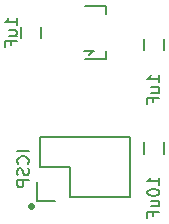
<source format=gbo>
G04 #@! TF.FileFunction,Legend,Bot*
%FSLAX46Y46*%
G04 Gerber Fmt 4.6, Leading zero omitted, Abs format (unit mm)*
G04 Created by KiCad (PCBNEW 4.0.1-stable) date 03/05/2016 22:29:02*
%MOMM*%
G01*
G04 APERTURE LIST*
%ADD10C,0.100000*%
%ADD11C,0.444500*%
%ADD12C,0.150000*%
%ADD13C,0.152400*%
%ADD14C,2.127200*%
%ADD15R,2.127200X2.127200*%
%ADD16O,2.127200X2.127200*%
%ADD17R,1.650000X1.900000*%
%ADD18R,2.432000X2.432000*%
%ADD19O,2.432000X2.432000*%
%ADD20R,2.901900X1.400760*%
%ADD21R,4.400500X2.398980*%
G04 APERTURE END LIST*
D10*
D11*
X159158000Y-104365000D02*
X159242667Y-104449667D01*
X159158000Y-104534333D01*
X159073334Y-104449667D01*
X159158000Y-104365000D01*
X159158000Y-104534333D01*
D12*
X170422000Y-90276000D02*
X170422000Y-91276000D01*
X168722000Y-91276000D02*
X168722000Y-90276000D01*
X158308000Y-90260000D02*
X158308000Y-89260000D01*
X160008000Y-89260000D02*
X160008000Y-90260000D01*
X167540000Y-103730000D02*
X162460000Y-103730000D01*
X159640000Y-104010000D02*
X161190000Y-104010000D01*
X159920000Y-101190000D02*
X162460000Y-101190000D01*
X162460000Y-101190000D02*
X162460000Y-103730000D01*
X167540000Y-103730000D02*
X167540000Y-98650000D01*
X167540000Y-98650000D02*
X162460000Y-98650000D01*
X159640000Y-104010000D02*
X159640000Y-102460000D01*
X159920000Y-98650000D02*
X159920000Y-101190000D01*
X162460000Y-98650000D02*
X159920000Y-98650000D01*
X164037340Y-91659920D02*
X164337060Y-91411000D01*
X164337060Y-91411000D02*
X164486920Y-91309400D01*
X164486920Y-91309400D02*
X163638560Y-91309400D01*
X165538480Y-92010440D02*
X163737620Y-92010440D01*
X165538480Y-92010440D02*
X165538480Y-91360200D01*
X165538480Y-87509560D02*
X163737620Y-87509560D01*
X165538480Y-87509560D02*
X165538480Y-88159800D01*
X168722000Y-100019000D02*
X168722000Y-99019000D01*
X170422000Y-99019000D02*
X170422000Y-100019000D01*
D13*
X170031619Y-93981238D02*
X170031619Y-93400667D01*
X170031619Y-93690953D02*
X169015619Y-93690953D01*
X169160762Y-93594191D01*
X169257524Y-93497429D01*
X169305905Y-93400667D01*
X169354286Y-94852095D02*
X170031619Y-94852095D01*
X169354286Y-94416667D02*
X169886476Y-94416667D01*
X169983238Y-94465048D01*
X170031619Y-94561810D01*
X170031619Y-94706952D01*
X169983238Y-94803714D01*
X169934857Y-94852095D01*
X169499429Y-95674571D02*
X169499429Y-95335905D01*
X170031619Y-95335905D02*
X169015619Y-95335905D01*
X169015619Y-95819714D01*
X157966619Y-89155238D02*
X157966619Y-88574667D01*
X157966619Y-88864953D02*
X156950619Y-88864953D01*
X157095762Y-88768191D01*
X157192524Y-88671429D01*
X157240905Y-88574667D01*
X157289286Y-90026095D02*
X157966619Y-90026095D01*
X157289286Y-89590667D02*
X157821476Y-89590667D01*
X157918238Y-89639048D01*
X157966619Y-89735810D01*
X157966619Y-89880952D01*
X157918238Y-89977714D01*
X157869857Y-90026095D01*
X157434429Y-90848571D02*
X157434429Y-90509905D01*
X157966619Y-90509905D02*
X156950619Y-90509905D01*
X156950619Y-90993714D01*
X158982619Y-99817191D02*
X157966619Y-99817191D01*
X158885857Y-100881572D02*
X158934238Y-100833191D01*
X158982619Y-100688048D01*
X158982619Y-100591286D01*
X158934238Y-100446144D01*
X158837476Y-100349382D01*
X158740714Y-100301001D01*
X158547190Y-100252620D01*
X158402048Y-100252620D01*
X158208524Y-100301001D01*
X158111762Y-100349382D01*
X158015000Y-100446144D01*
X157966619Y-100591286D01*
X157966619Y-100688048D01*
X158015000Y-100833191D01*
X158063381Y-100881572D01*
X158934238Y-101268620D02*
X158982619Y-101413763D01*
X158982619Y-101655667D01*
X158934238Y-101752429D01*
X158885857Y-101800810D01*
X158789095Y-101849191D01*
X158692333Y-101849191D01*
X158595571Y-101800810D01*
X158547190Y-101752429D01*
X158498810Y-101655667D01*
X158450429Y-101462144D01*
X158402048Y-101365382D01*
X158353667Y-101317001D01*
X158256905Y-101268620D01*
X158160143Y-101268620D01*
X158063381Y-101317001D01*
X158015000Y-101365382D01*
X157966619Y-101462144D01*
X157966619Y-101704048D01*
X158015000Y-101849191D01*
X158982619Y-102284620D02*
X157966619Y-102284620D01*
X157966619Y-102671667D01*
X158015000Y-102768429D01*
X158063381Y-102816810D01*
X158160143Y-102865191D01*
X158305286Y-102865191D01*
X158402048Y-102816810D01*
X158450429Y-102768429D01*
X158498810Y-102671667D01*
X158498810Y-102284620D01*
X170031619Y-102641429D02*
X170031619Y-102060858D01*
X170031619Y-102351144D02*
X169015619Y-102351144D01*
X169160762Y-102254382D01*
X169257524Y-102157620D01*
X169305905Y-102060858D01*
X169015619Y-103270382D02*
X169015619Y-103367143D01*
X169064000Y-103463905D01*
X169112381Y-103512286D01*
X169209143Y-103560667D01*
X169402667Y-103609048D01*
X169644571Y-103609048D01*
X169838095Y-103560667D01*
X169934857Y-103512286D01*
X169983238Y-103463905D01*
X170031619Y-103367143D01*
X170031619Y-103270382D01*
X169983238Y-103173620D01*
X169934857Y-103125239D01*
X169838095Y-103076858D01*
X169644571Y-103028477D01*
X169402667Y-103028477D01*
X169209143Y-103076858D01*
X169112381Y-103125239D01*
X169064000Y-103173620D01*
X169015619Y-103270382D01*
X169354286Y-104479905D02*
X170031619Y-104479905D01*
X169354286Y-104044477D02*
X169886476Y-104044477D01*
X169983238Y-104092858D01*
X170031619Y-104189620D01*
X170031619Y-104334762D01*
X169983238Y-104431524D01*
X169934857Y-104479905D01*
X169499429Y-105302381D02*
X169499429Y-104963715D01*
X170031619Y-104963715D02*
X169015619Y-104963715D01*
X169015619Y-105447524D01*
%LPC*%
D14*
X158599200Y-93493800D03*
D15*
X158599200Y-96033800D03*
D16*
X161139200Y-93493800D03*
X161139200Y-96033800D03*
X163679200Y-93493800D03*
X163679200Y-96033800D03*
X166219200Y-93493800D03*
X166219200Y-96033800D03*
D17*
X169572000Y-92026000D03*
X169572000Y-89526000D03*
X159158000Y-88510000D03*
X159158000Y-91010000D03*
D15*
X161190000Y-102460000D03*
D16*
X161190000Y-99920000D03*
X163730000Y-102460000D03*
X163730000Y-99920000D03*
X166270000Y-102460000D03*
X166270000Y-99920000D03*
D18*
X166397000Y-105317500D03*
D19*
X163857000Y-105317500D03*
D20*
X161885960Y-91261140D03*
X161885960Y-89760000D03*
X161885960Y-88258860D03*
D21*
X165838200Y-89760000D03*
D10*
G36*
X162914050Y-89059620D02*
X164063350Y-88559240D01*
X164063350Y-90960760D01*
X162914050Y-90460380D01*
X162914050Y-89059620D01*
X162914050Y-89059620D01*
G37*
D17*
X169572000Y-98269000D03*
X169572000Y-100769000D03*
M02*

</source>
